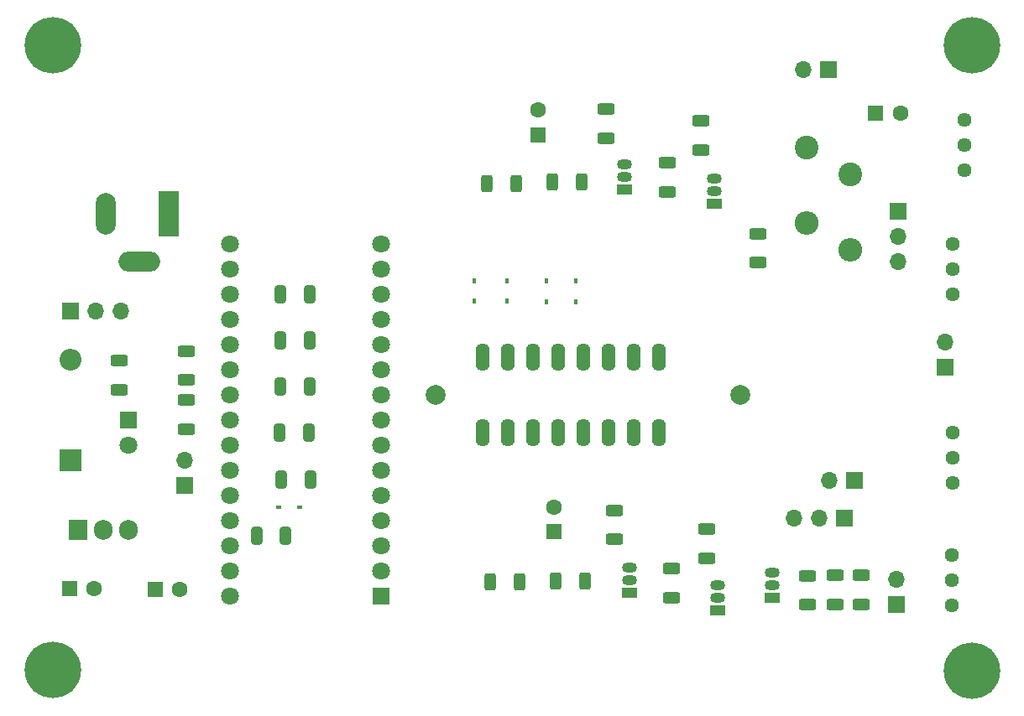
<source format=gbr>
%TF.GenerationSoftware,KiCad,Pcbnew,(6.0.7)*%
%TF.CreationDate,2023-03-15T17:16:25-04:00*%
%TF.ProjectId,NPN Tracer V2,4e504e20-5472-4616-9365-722056322e6b,rev?*%
%TF.SameCoordinates,Original*%
%TF.FileFunction,Soldermask,Top*%
%TF.FilePolarity,Negative*%
%FSLAX46Y46*%
G04 Gerber Fmt 4.6, Leading zero omitted, Abs format (unit mm)*
G04 Created by KiCad (PCBNEW (6.0.7)) date 2023-03-15 17:16:25*
%MOMM*%
%LPD*%
G01*
G04 APERTURE LIST*
G04 Aperture macros list*
%AMRoundRect*
0 Rectangle with rounded corners*
0 $1 Rounding radius*
0 $2 $3 $4 $5 $6 $7 $8 $9 X,Y pos of 4 corners*
0 Add a 4 corners polygon primitive as box body*
4,1,4,$2,$3,$4,$5,$6,$7,$8,$9,$2,$3,0*
0 Add four circle primitives for the rounded corners*
1,1,$1+$1,$2,$3*
1,1,$1+$1,$4,$5*
1,1,$1+$1,$6,$7*
1,1,$1+$1,$8,$9*
0 Add four rect primitives between the rounded corners*
20,1,$1+$1,$2,$3,$4,$5,0*
20,1,$1+$1,$4,$5,$6,$7,0*
20,1,$1+$1,$6,$7,$8,$9,0*
20,1,$1+$1,$8,$9,$2,$3,0*%
G04 Aperture macros list end*
%ADD10C,5.700000*%
%ADD11C,3.600000*%
%ADD12R,2.000000X4.600000*%
%ADD13O,2.000000X4.200000*%
%ADD14O,4.200000X2.000000*%
%ADD15R,1.700000X1.700000*%
%ADD16O,1.700000X1.700000*%
%ADD17R,2.200000X2.200000*%
%ADD18O,2.200000X2.200000*%
%ADD19R,1.500000X1.050000*%
%ADD20O,1.500000X1.050000*%
%ADD21RoundRect,0.250000X0.625000X-0.312500X0.625000X0.312500X-0.625000X0.312500X-0.625000X-0.312500X0*%
%ADD22RoundRect,0.250000X0.312500X0.625000X-0.312500X0.625000X-0.312500X-0.625000X0.312500X-0.625000X0*%
%ADD23R,1.600000X1.600000*%
%ADD24C,1.600000*%
%ADD25C,1.440000*%
%ADD26RoundRect,0.250000X-0.625000X0.312500X-0.625000X-0.312500X0.625000X-0.312500X0.625000X0.312500X0*%
%ADD27RoundRect,0.250000X-0.325000X-0.650000X0.325000X-0.650000X0.325000X0.650000X-0.325000X0.650000X0*%
%ADD28R,1.905000X2.000000*%
%ADD29O,1.905000X2.000000*%
%ADD30R,1.800000X1.800000*%
%ADD31C,1.800000*%
%ADD32R,0.450000X0.600000*%
%ADD33C,2.400000*%
%ADD34O,2.400000X2.400000*%
%ADD35R,0.600000X0.450000*%
%ADD36C,2.000000*%
%ADD37O,1.408000X2.816000*%
G04 APERTURE END LIST*
D10*
%TO.C,H4*%
X179070000Y-118808500D03*
D11*
X179070000Y-118808500D03*
%TD*%
D10*
%TO.C,H3*%
X86360000Y-118745000D03*
D11*
X86360000Y-118745000D03*
%TD*%
D10*
%TO.C,H2*%
X179070000Y-55626000D03*
D11*
X179070000Y-55626000D03*
%TD*%
D10*
%TO.C,H1*%
X86360000Y-55626000D03*
D11*
X86360000Y-55626000D03*
%TD*%
D12*
%TO.C,J9*%
X98044000Y-72692500D03*
D13*
X91744000Y-72692500D03*
D14*
X95144000Y-77492500D03*
%TD*%
D15*
%TO.C,J8*%
X88153000Y-82486500D03*
D16*
X90693000Y-82486500D03*
X93233000Y-82486500D03*
%TD*%
D17*
%TO.C,D7*%
X88138000Y-97536000D03*
D18*
X88138000Y-87376000D03*
%TD*%
D19*
%TO.C,Q2*%
X158983000Y-111442500D03*
D20*
X158983000Y-110172500D03*
X158983000Y-108902500D03*
%TD*%
D21*
%TO.C,R5*%
X151765000Y-66234500D03*
X151765000Y-63309500D03*
%TD*%
D22*
%TO.C,R13*%
X140019500Y-109728000D03*
X137094500Y-109728000D03*
%TD*%
%TO.C,R4*%
X133415500Y-109855000D03*
X130490500Y-109855000D03*
%TD*%
D21*
%TO.C,R7*%
X142176500Y-65026000D03*
X142176500Y-62101000D03*
%TD*%
D23*
%TO.C,C9*%
X169354500Y-62484000D03*
D24*
X171854500Y-62484000D03*
%TD*%
D25*
%TO.C,ADC1*%
X178308000Y-63172500D03*
X178308000Y-65712500D03*
X178308000Y-68252500D03*
%TD*%
%TO.C,ADC4*%
X177101500Y-107114500D03*
X177101500Y-109654500D03*
X177101500Y-112194500D03*
%TD*%
D26*
%TO.C,R17*%
X165290500Y-109154500D03*
X165290500Y-112079500D03*
%TD*%
D19*
%TO.C,Q5*%
X144060500Y-70233000D03*
D20*
X144060500Y-68963000D03*
X144060500Y-67693000D03*
%TD*%
D27*
%TO.C,C3*%
X106919500Y-105156000D03*
X109869500Y-105156000D03*
%TD*%
D15*
%TO.C,J3*%
X164597000Y-58102500D03*
D16*
X162057000Y-58102500D03*
%TD*%
D19*
%TO.C,Q4*%
X153416000Y-112712500D03*
D20*
X153416000Y-111442500D03*
X153416000Y-110172500D03*
%TD*%
D22*
%TO.C,R3*%
X133098000Y-69598000D03*
X130173000Y-69598000D03*
%TD*%
D27*
%TO.C,C2*%
X109332500Y-85471000D03*
X112282500Y-85471000D03*
%TD*%
D15*
%TO.C,J5*%
X171513500Y-112146000D03*
D16*
X171513500Y-109606000D03*
%TD*%
D27*
%TO.C,C1*%
X109332500Y-80835500D03*
X112282500Y-80835500D03*
%TD*%
D15*
%TO.C,J7*%
X99695000Y-100076000D03*
D16*
X99695000Y-97536000D03*
%TD*%
D28*
%TO.C,U1*%
X88963500Y-104577000D03*
D29*
X91503500Y-104577000D03*
X94043500Y-104577000D03*
%TD*%
D15*
%TO.C,J6*%
X167259000Y-99631500D03*
D16*
X164719000Y-99631500D03*
%TD*%
D23*
%TO.C,C7*%
X135318500Y-64708500D03*
D24*
X135318500Y-62208500D03*
%TD*%
D27*
%TO.C,C4*%
X109332500Y-90106500D03*
X112282500Y-90106500D03*
%TD*%
D30*
%TO.C,TB1*%
X119524500Y-111252000D03*
D31*
X119524500Y-108712000D03*
X119524500Y-106172000D03*
X119524500Y-103632000D03*
X119524500Y-101092000D03*
X119524500Y-98552000D03*
X119524500Y-96012000D03*
X119524500Y-93472000D03*
X119524500Y-90932000D03*
X119524500Y-88392000D03*
X119524500Y-85852000D03*
X119524500Y-83312000D03*
X119524500Y-80772000D03*
X119524500Y-78232000D03*
X119524500Y-75692000D03*
X104284500Y-75692000D03*
X104284500Y-78232000D03*
X104284500Y-80772000D03*
X104284500Y-83312000D03*
X104284500Y-85852000D03*
X104284500Y-88392000D03*
X104284500Y-90932000D03*
X104284500Y-93472000D03*
X104284500Y-96012000D03*
X104284500Y-98552000D03*
X104284500Y-101092000D03*
X104284500Y-103632000D03*
X104284500Y-106172000D03*
X104284500Y-108712000D03*
X104284500Y-111252000D03*
%TD*%
D23*
%TO.C,C11*%
X96700800Y-110617000D03*
D24*
X99200800Y-110617000D03*
%TD*%
D15*
%TO.C,J4*%
X166228000Y-103441500D03*
D16*
X163688000Y-103441500D03*
X161148000Y-103441500D03*
%TD*%
D21*
%TO.C,R8*%
X143065500Y-105539000D03*
X143065500Y-102614000D03*
%TD*%
D32*
%TO.C,D2*%
X136144000Y-81568000D03*
X136144000Y-79468000D03*
%TD*%
D25*
%TO.C,ADC3*%
X177165000Y-94795500D03*
X177165000Y-97335500D03*
X177165000Y-99875500D03*
%TD*%
D21*
%TO.C,R6*%
X152336500Y-107444000D03*
X152336500Y-104519000D03*
%TD*%
D19*
%TO.C,Q3*%
X153098500Y-71630000D03*
D20*
X153098500Y-70360000D03*
X153098500Y-69090000D03*
%TD*%
D21*
%TO.C,R12*%
X157480000Y-77599000D03*
X157480000Y-74674000D03*
%TD*%
D19*
%TO.C,Q6*%
X144568500Y-110934500D03*
D20*
X144568500Y-109664500D03*
X144568500Y-108394500D03*
%TD*%
D27*
%TO.C,C6*%
X109396000Y-99504500D03*
X112346000Y-99504500D03*
%TD*%
D26*
%TO.C,R18*%
X167957500Y-109154500D03*
X167957500Y-112079500D03*
%TD*%
%TO.C,R19*%
X93091000Y-87501000D03*
X93091000Y-90426000D03*
%TD*%
D33*
%TO.C,R15*%
X166814500Y-68689500D03*
D34*
X166814500Y-76309500D03*
%TD*%
D21*
%TO.C,R1*%
X99885500Y-89471500D03*
X99885500Y-86546500D03*
%TD*%
D35*
%TO.C,D5*%
X109186000Y-102298500D03*
X111286000Y-102298500D03*
%TD*%
D26*
%TO.C,R2*%
X99885500Y-91501500D03*
X99885500Y-94426500D03*
%TD*%
D21*
%TO.C,R9*%
X148399500Y-70425500D03*
X148399500Y-67500500D03*
%TD*%
D27*
%TO.C,C5*%
X109269000Y-94742000D03*
X112219000Y-94742000D03*
%TD*%
D32*
%TO.C,D4*%
X139128500Y-81568000D03*
X139128500Y-79468000D03*
%TD*%
D30*
%TO.C,D6*%
X94043500Y-93530500D03*
D31*
X94043500Y-96070500D03*
%TD*%
D23*
%TO.C,C8*%
X136906000Y-104775000D03*
D24*
X136906000Y-102275000D03*
%TD*%
D15*
%TO.C,J2*%
X176403000Y-88143000D03*
D16*
X176403000Y-85603000D03*
%TD*%
D21*
%TO.C,R10*%
X148780500Y-111444500D03*
X148780500Y-108519500D03*
%TD*%
D15*
%TO.C,J1*%
X171640500Y-72390000D03*
D16*
X171640500Y-74930000D03*
X171640500Y-77470000D03*
%TD*%
D36*
%TO.C,ZX1*%
X155740500Y-90995500D03*
X125000500Y-90995500D03*
D37*
X147510500Y-87185500D03*
X144970500Y-87185500D03*
X142430500Y-87185500D03*
X139890500Y-87185500D03*
X137350500Y-87185500D03*
X134810500Y-87185500D03*
X132270500Y-87185500D03*
X129730500Y-87185500D03*
X129730500Y-94805500D03*
X132270500Y-94805500D03*
X134810500Y-94805500D03*
X137350500Y-94805500D03*
X139890500Y-94805500D03*
X142430500Y-94805500D03*
X144970500Y-94805500D03*
X147510500Y-94805500D03*
%TD*%
D22*
%TO.C,R11*%
X139702000Y-69471000D03*
X136777000Y-69471000D03*
%TD*%
D25*
%TO.C,ADC2*%
X177165000Y-75692000D03*
X177165000Y-78232000D03*
X177165000Y-80772000D03*
%TD*%
D33*
%TO.C,R16*%
X162433000Y-65959000D03*
D34*
X162433000Y-73579000D03*
%TD*%
D26*
%TO.C,R14*%
X162496500Y-109218000D03*
X162496500Y-112143000D03*
%TD*%
D23*
%TO.C,C10*%
X88064800Y-110553500D03*
D24*
X90564800Y-110553500D03*
%TD*%
D32*
%TO.C,D1*%
X128905000Y-79404500D03*
X128905000Y-81504500D03*
%TD*%
%TO.C,D3*%
X132207000Y-79404500D03*
X132207000Y-81504500D03*
%TD*%
M02*

</source>
